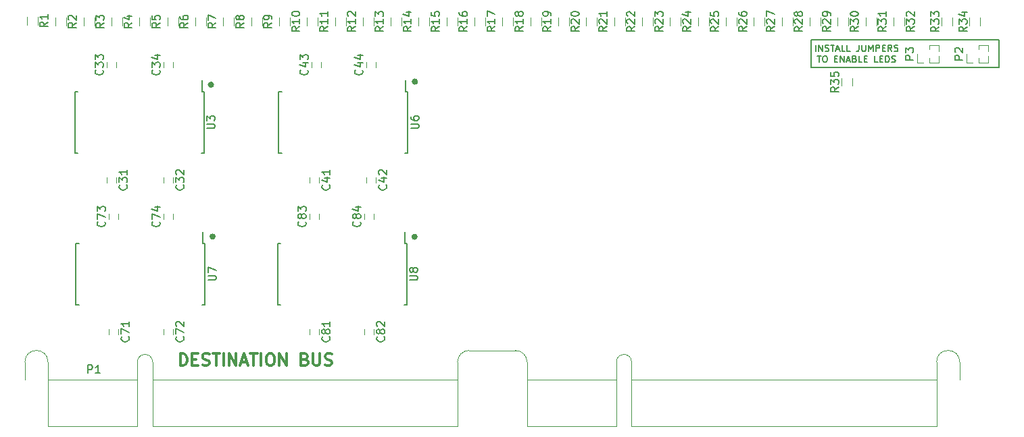
<source format=gto>
G04 #@! TF.GenerationSoftware,KiCad,Pcbnew,(2018-02-14 revision 6afdf1cf8)-makepkg*
G04 #@! TF.CreationDate,2018-05-17T19:59:26-07:00*
G04 #@! TF.ProjectId,register-card,72656769737465722D636172642E6B69,rev?*
G04 #@! TF.SameCoordinates,Original*
G04 #@! TF.FileFunction,Legend,Top*
G04 #@! TF.FilePolarity,Positive*
%FSLAX46Y46*%
G04 Gerber Fmt 4.6, Leading zero omitted, Abs format (unit mm)*
G04 Created by KiCad (PCBNEW (2018-02-14 revision 6afdf1cf8)-makepkg) date 05/17/18 19:59:26*
%MOMM*%
%LPD*%
G01*
G04 APERTURE LIST*
%ADD10C,0.400000*%
%ADD11C,0.200000*%
%ADD12C,0.300000*%
%ADD13C,0.175000*%
%ADD14C,0.120000*%
%ADD15C,0.150000*%
G04 APERTURE END LIST*
D10*
X67695203Y-158242000D02*
G75*
G03X67695203Y-158242000I-182003J0D01*
G01*
X92993603Y-158267400D02*
G75*
G03X92993603Y-158267400I-182003J0D01*
G01*
X67492003Y-139166600D02*
G75*
G03X67492003Y-139166600I-182003J0D01*
G01*
X93044403Y-138785600D02*
G75*
G03X93044403Y-138785600I-182003J0D01*
G01*
D11*
X142500000Y-133500000D02*
X166000000Y-133500000D01*
X142500000Y-137000000D02*
X142500000Y-133500000D01*
X166000000Y-137000000D02*
X142500000Y-137000000D01*
X166000000Y-133500000D02*
X166000000Y-137000000D01*
D12*
X63459114Y-174439971D02*
X63459114Y-172939971D01*
X63816257Y-172939971D01*
X64030542Y-173011400D01*
X64173400Y-173154257D01*
X64244828Y-173297114D01*
X64316257Y-173582828D01*
X64316257Y-173797114D01*
X64244828Y-174082828D01*
X64173400Y-174225685D01*
X64030542Y-174368542D01*
X63816257Y-174439971D01*
X63459114Y-174439971D01*
X64959114Y-173654257D02*
X65459114Y-173654257D01*
X65673400Y-174439971D02*
X64959114Y-174439971D01*
X64959114Y-172939971D01*
X65673400Y-172939971D01*
X66244828Y-174368542D02*
X66459114Y-174439971D01*
X66816257Y-174439971D01*
X66959114Y-174368542D01*
X67030542Y-174297114D01*
X67101971Y-174154257D01*
X67101971Y-174011400D01*
X67030542Y-173868542D01*
X66959114Y-173797114D01*
X66816257Y-173725685D01*
X66530542Y-173654257D01*
X66387685Y-173582828D01*
X66316257Y-173511400D01*
X66244828Y-173368542D01*
X66244828Y-173225685D01*
X66316257Y-173082828D01*
X66387685Y-173011400D01*
X66530542Y-172939971D01*
X66887685Y-172939971D01*
X67101971Y-173011400D01*
X67530542Y-172939971D02*
X68387685Y-172939971D01*
X67959114Y-174439971D02*
X67959114Y-172939971D01*
X68887685Y-174439971D02*
X68887685Y-172939971D01*
X69601971Y-174439971D02*
X69601971Y-172939971D01*
X70459114Y-174439971D01*
X70459114Y-172939971D01*
X71101971Y-174011400D02*
X71816257Y-174011400D01*
X70959114Y-174439971D02*
X71459114Y-172939971D01*
X71959114Y-174439971D01*
X72244828Y-172939971D02*
X73101971Y-172939971D01*
X72673400Y-174439971D02*
X72673400Y-172939971D01*
X73601971Y-174439971D02*
X73601971Y-172939971D01*
X74601971Y-172939971D02*
X74887685Y-172939971D01*
X75030542Y-173011400D01*
X75173400Y-173154257D01*
X75244828Y-173439971D01*
X75244828Y-173939971D01*
X75173400Y-174225685D01*
X75030542Y-174368542D01*
X74887685Y-174439971D01*
X74601971Y-174439971D01*
X74459114Y-174368542D01*
X74316257Y-174225685D01*
X74244828Y-173939971D01*
X74244828Y-173439971D01*
X74316257Y-173154257D01*
X74459114Y-173011400D01*
X74601971Y-172939971D01*
X75887685Y-174439971D02*
X75887685Y-172939971D01*
X76744828Y-174439971D01*
X76744828Y-172939971D01*
X79101971Y-173654257D02*
X79316257Y-173725685D01*
X79387685Y-173797114D01*
X79459114Y-173939971D01*
X79459114Y-174154257D01*
X79387685Y-174297114D01*
X79316257Y-174368542D01*
X79173400Y-174439971D01*
X78601971Y-174439971D01*
X78601971Y-172939971D01*
X79101971Y-172939971D01*
X79244828Y-173011400D01*
X79316257Y-173082828D01*
X79387685Y-173225685D01*
X79387685Y-173368542D01*
X79316257Y-173511400D01*
X79244828Y-173582828D01*
X79101971Y-173654257D01*
X78601971Y-173654257D01*
X80101971Y-172939971D02*
X80101971Y-174154257D01*
X80173400Y-174297114D01*
X80244828Y-174368542D01*
X80387685Y-174439971D01*
X80673400Y-174439971D01*
X80816257Y-174368542D01*
X80887685Y-174297114D01*
X80959114Y-174154257D01*
X80959114Y-172939971D01*
X81601971Y-174368542D02*
X81816257Y-174439971D01*
X82173400Y-174439971D01*
X82316257Y-174368542D01*
X82387685Y-174297114D01*
X82459114Y-174154257D01*
X82459114Y-174011400D01*
X82387685Y-173868542D01*
X82316257Y-173797114D01*
X82173400Y-173725685D01*
X81887685Y-173654257D01*
X81744828Y-173582828D01*
X81673400Y-173511400D01*
X81601971Y-173368542D01*
X81601971Y-173225685D01*
X81673400Y-173082828D01*
X81744828Y-173011400D01*
X81887685Y-172939971D01*
X82244828Y-172939971D01*
X82459114Y-173011400D01*
D13*
X143076190Y-134974404D02*
X143076190Y-134174404D01*
X143457142Y-134974404D02*
X143457142Y-134174404D01*
X143914285Y-134974404D01*
X143914285Y-134174404D01*
X144257142Y-134936309D02*
X144371428Y-134974404D01*
X144561904Y-134974404D01*
X144638095Y-134936309D01*
X144676190Y-134898214D01*
X144714285Y-134822023D01*
X144714285Y-134745833D01*
X144676190Y-134669642D01*
X144638095Y-134631547D01*
X144561904Y-134593452D01*
X144409523Y-134555357D01*
X144333333Y-134517261D01*
X144295238Y-134479166D01*
X144257142Y-134402976D01*
X144257142Y-134326785D01*
X144295238Y-134250595D01*
X144333333Y-134212500D01*
X144409523Y-134174404D01*
X144600000Y-134174404D01*
X144714285Y-134212500D01*
X144942857Y-134174404D02*
X145400000Y-134174404D01*
X145171428Y-134974404D02*
X145171428Y-134174404D01*
X145628571Y-134745833D02*
X146009523Y-134745833D01*
X145552380Y-134974404D02*
X145819047Y-134174404D01*
X146085714Y-134974404D01*
X146733333Y-134974404D02*
X146352380Y-134974404D01*
X146352380Y-134174404D01*
X147380952Y-134974404D02*
X147000000Y-134974404D01*
X147000000Y-134174404D01*
X148485714Y-134174404D02*
X148485714Y-134745833D01*
X148447619Y-134860119D01*
X148371428Y-134936309D01*
X148257142Y-134974404D01*
X148180952Y-134974404D01*
X148866666Y-134174404D02*
X148866666Y-134822023D01*
X148904761Y-134898214D01*
X148942857Y-134936309D01*
X149019047Y-134974404D01*
X149171428Y-134974404D01*
X149247619Y-134936309D01*
X149285714Y-134898214D01*
X149323809Y-134822023D01*
X149323809Y-134174404D01*
X149704761Y-134974404D02*
X149704761Y-134174404D01*
X149971428Y-134745833D01*
X150238095Y-134174404D01*
X150238095Y-134974404D01*
X150619047Y-134974404D02*
X150619047Y-134174404D01*
X150923809Y-134174404D01*
X151000000Y-134212500D01*
X151038095Y-134250595D01*
X151076190Y-134326785D01*
X151076190Y-134441071D01*
X151038095Y-134517261D01*
X151000000Y-134555357D01*
X150923809Y-134593452D01*
X150619047Y-134593452D01*
X151419047Y-134555357D02*
X151685714Y-134555357D01*
X151800000Y-134974404D02*
X151419047Y-134974404D01*
X151419047Y-134174404D01*
X151800000Y-134174404D01*
X152600000Y-134974404D02*
X152333333Y-134593452D01*
X152142857Y-134974404D02*
X152142857Y-134174404D01*
X152447619Y-134174404D01*
X152523809Y-134212500D01*
X152561904Y-134250595D01*
X152600000Y-134326785D01*
X152600000Y-134441071D01*
X152561904Y-134517261D01*
X152523809Y-134555357D01*
X152447619Y-134593452D01*
X152142857Y-134593452D01*
X152904761Y-134936309D02*
X153019047Y-134974404D01*
X153209523Y-134974404D01*
X153285714Y-134936309D01*
X153323809Y-134898214D01*
X153361904Y-134822023D01*
X153361904Y-134745833D01*
X153323809Y-134669642D01*
X153285714Y-134631547D01*
X153209523Y-134593452D01*
X153057142Y-134555357D01*
X152980952Y-134517261D01*
X152942857Y-134479166D01*
X152904761Y-134402976D01*
X152904761Y-134326785D01*
X152942857Y-134250595D01*
X152980952Y-134212500D01*
X153057142Y-134174404D01*
X153247619Y-134174404D01*
X153361904Y-134212500D01*
X143266666Y-135549404D02*
X143723809Y-135549404D01*
X143495238Y-136349404D02*
X143495238Y-135549404D01*
X144142857Y-135549404D02*
X144295238Y-135549404D01*
X144371428Y-135587500D01*
X144447619Y-135663690D01*
X144485714Y-135816071D01*
X144485714Y-136082738D01*
X144447619Y-136235119D01*
X144371428Y-136311309D01*
X144295238Y-136349404D01*
X144142857Y-136349404D01*
X144066666Y-136311309D01*
X143990476Y-136235119D01*
X143952380Y-136082738D01*
X143952380Y-135816071D01*
X143990476Y-135663690D01*
X144066666Y-135587500D01*
X144142857Y-135549404D01*
X145438095Y-135930357D02*
X145704761Y-135930357D01*
X145819047Y-136349404D02*
X145438095Y-136349404D01*
X145438095Y-135549404D01*
X145819047Y-135549404D01*
X146161904Y-136349404D02*
X146161904Y-135549404D01*
X146619047Y-136349404D01*
X146619047Y-135549404D01*
X146961904Y-136120833D02*
X147342857Y-136120833D01*
X146885714Y-136349404D02*
X147152380Y-135549404D01*
X147419047Y-136349404D01*
X147952380Y-135930357D02*
X148066666Y-135968452D01*
X148104761Y-136006547D01*
X148142857Y-136082738D01*
X148142857Y-136197023D01*
X148104761Y-136273214D01*
X148066666Y-136311309D01*
X147990476Y-136349404D01*
X147685714Y-136349404D01*
X147685714Y-135549404D01*
X147952380Y-135549404D01*
X148028571Y-135587500D01*
X148066666Y-135625595D01*
X148104761Y-135701785D01*
X148104761Y-135777976D01*
X148066666Y-135854166D01*
X148028571Y-135892261D01*
X147952380Y-135930357D01*
X147685714Y-135930357D01*
X148866666Y-136349404D02*
X148485714Y-136349404D01*
X148485714Y-135549404D01*
X149133333Y-135930357D02*
X149400000Y-135930357D01*
X149514285Y-136349404D02*
X149133333Y-136349404D01*
X149133333Y-135549404D01*
X149514285Y-135549404D01*
X150847619Y-136349404D02*
X150466666Y-136349404D01*
X150466666Y-135549404D01*
X151114285Y-135930357D02*
X151380952Y-135930357D01*
X151495238Y-136349404D02*
X151114285Y-136349404D01*
X151114285Y-135549404D01*
X151495238Y-135549404D01*
X151838095Y-136349404D02*
X151838095Y-135549404D01*
X152028571Y-135549404D01*
X152142857Y-135587500D01*
X152219047Y-135663690D01*
X152257142Y-135739880D01*
X152295238Y-135892261D01*
X152295238Y-136006547D01*
X152257142Y-136158928D01*
X152219047Y-136235119D01*
X152142857Y-136311309D01*
X152028571Y-136349404D01*
X151838095Y-136349404D01*
X152600000Y-136311309D02*
X152714285Y-136349404D01*
X152904761Y-136349404D01*
X152980952Y-136311309D01*
X153019047Y-136273214D01*
X153057142Y-136197023D01*
X153057142Y-136120833D01*
X153019047Y-136044642D01*
X152980952Y-136006547D01*
X152904761Y-135968452D01*
X152752380Y-135930357D01*
X152676190Y-135892261D01*
X152638095Y-135854166D01*
X152600000Y-135777976D01*
X152600000Y-135701785D01*
X152638095Y-135625595D01*
X152676190Y-135587500D01*
X152752380Y-135549404D01*
X152942857Y-135549404D01*
X153057142Y-135587500D01*
D14*
X99648800Y-172538200D02*
X105448800Y-172538200D01*
X43998800Y-173988200D02*
X43998800Y-176238200D01*
X46898800Y-173988200D02*
G75*
G03X43998800Y-173988200I-1450000J0D01*
G01*
X59998800Y-173988200D02*
G75*
G03X58098800Y-173988200I-950000J0D01*
G01*
X58098800Y-176238200D02*
X58098800Y-173988200D01*
X59998800Y-173988200D02*
X59998800Y-176238200D01*
X46898800Y-176238200D02*
X58098800Y-176238200D01*
X58098800Y-176238200D02*
X58098800Y-182038200D01*
X58098800Y-182038200D02*
X46898800Y-182038200D01*
X46898800Y-182038200D02*
X46898800Y-173988200D01*
X98198800Y-176238200D02*
X59998800Y-176238200D01*
X59998800Y-182038200D02*
X98198800Y-182038200D01*
X59998800Y-176238200D02*
X59998800Y-182038200D01*
X98198800Y-173988200D02*
X98198800Y-182038200D01*
X99648800Y-172538200D02*
G75*
G03X98198800Y-173988200I0J-1450000D01*
G01*
X119998800Y-173988200D02*
X119998800Y-176238200D01*
X119998800Y-176238200D02*
X119998800Y-182038200D01*
X158198800Y-176238200D02*
X119998800Y-176238200D01*
X119998800Y-182038200D02*
X158198800Y-182038200D01*
X158198800Y-173988200D02*
X158198800Y-182038200D01*
X161098800Y-173988200D02*
G75*
G03X158198800Y-173988200I-1450000J0D01*
G01*
X161098800Y-173988200D02*
X161098800Y-176238200D01*
X118098800Y-176238200D02*
X118098800Y-182038200D01*
X119998800Y-173988200D02*
G75*
G03X118098800Y-173988200I-950000J0D01*
G01*
X118098800Y-176238200D02*
X118098800Y-173988200D01*
X118098800Y-182038200D02*
X106898800Y-182038200D01*
X106898800Y-176238200D02*
X118098800Y-176238200D01*
X106898800Y-173988200D02*
G75*
G03X105448800Y-172538200I-1450000J0D01*
G01*
X106898800Y-182038200D02*
X106898800Y-173988200D01*
X44278000Y-131644000D02*
X44278000Y-130644000D01*
X45638000Y-130644000D02*
X45638000Y-131644000D01*
X47845400Y-131734270D02*
X47845400Y-130734270D01*
X49205400Y-130734270D02*
X49205400Y-131734270D01*
X51345400Y-131734270D02*
X51345400Y-130734270D01*
X52705400Y-130734270D02*
X52705400Y-131734270D01*
X54845400Y-131734270D02*
X54845400Y-130734270D01*
X56205400Y-130734270D02*
X56205400Y-131734270D01*
X58345400Y-131734270D02*
X58345400Y-130734270D01*
X59705400Y-130734270D02*
X59705400Y-131734270D01*
X61845400Y-131734270D02*
X61845400Y-130734270D01*
X63205400Y-130734270D02*
X63205400Y-131734270D01*
X65345400Y-131734270D02*
X65345400Y-130734270D01*
X66705400Y-130734270D02*
X66705400Y-131734270D01*
X68845400Y-131734270D02*
X68845400Y-130734270D01*
X70205400Y-130734270D02*
X70205400Y-131734270D01*
X72345400Y-131734270D02*
X72345400Y-130734270D01*
X73705400Y-130734270D02*
X73705400Y-131734270D01*
X75845400Y-131734270D02*
X75845400Y-130734270D01*
X77205400Y-130734270D02*
X77205400Y-131734270D01*
X79345400Y-131734270D02*
X79345400Y-130734270D01*
X80705400Y-130734270D02*
X80705400Y-131734270D01*
X82845400Y-131734270D02*
X82845400Y-130734270D01*
X84205400Y-130734270D02*
X84205400Y-131734270D01*
X86320000Y-131740048D02*
X86320000Y-130740048D01*
X87680000Y-130740048D02*
X87680000Y-131740048D01*
X89820000Y-131740048D02*
X89820000Y-130740048D01*
X91180000Y-130740048D02*
X91180000Y-131740048D01*
X93320000Y-131740048D02*
X93320000Y-130740048D01*
X94680000Y-130740048D02*
X94680000Y-131740048D01*
X96820000Y-131740048D02*
X96820000Y-130740048D01*
X98180000Y-130740048D02*
X98180000Y-131740048D01*
X100320000Y-131740048D02*
X100320000Y-130740048D01*
X101680000Y-130740048D02*
X101680000Y-131740048D01*
X103820000Y-131740048D02*
X103820000Y-130740048D01*
X105180000Y-130740048D02*
X105180000Y-131740048D01*
X107320000Y-131740048D02*
X107320000Y-130740048D01*
X108680000Y-130740048D02*
X108680000Y-131740048D01*
X110820000Y-131740048D02*
X110820000Y-130740048D01*
X112180000Y-130740048D02*
X112180000Y-131740048D01*
X114320000Y-131740048D02*
X114320000Y-130740048D01*
X115680000Y-130740048D02*
X115680000Y-131740048D01*
X117820000Y-131740048D02*
X117820000Y-130740048D01*
X119180000Y-130740048D02*
X119180000Y-131740048D01*
X121320000Y-131740048D02*
X121320000Y-130740048D01*
X122680000Y-130740048D02*
X122680000Y-131740048D01*
X124820000Y-131740048D02*
X124820000Y-130740048D01*
X126180000Y-130740048D02*
X126180000Y-131740048D01*
X128320000Y-131740048D02*
X128320000Y-130740048D01*
X129680000Y-130740048D02*
X129680000Y-131740048D01*
X131820000Y-131740048D02*
X131820000Y-130740048D01*
X133180000Y-130740048D02*
X133180000Y-131740048D01*
X135320000Y-131740048D02*
X135320000Y-130740048D01*
X136680000Y-130740048D02*
X136680000Y-131740048D01*
X138820000Y-131740048D02*
X138820000Y-130740048D01*
X140180000Y-130740048D02*
X140180000Y-131740048D01*
X142320000Y-131740048D02*
X142320000Y-130740048D01*
X143680000Y-130740048D02*
X143680000Y-131740048D01*
X145820000Y-131740048D02*
X145820000Y-130740048D01*
X147180000Y-130740048D02*
X147180000Y-131740048D01*
X149320000Y-131740048D02*
X149320000Y-130740048D01*
X150680000Y-130740048D02*
X150680000Y-131740048D01*
X152820000Y-131740048D02*
X152820000Y-130740048D01*
X154180000Y-130740048D02*
X154180000Y-131740048D01*
X160180000Y-130750000D02*
X160180000Y-131750000D01*
X158820000Y-131750000D02*
X158820000Y-130750000D01*
X163680000Y-130750000D02*
X163680000Y-131750000D01*
X162320000Y-131750000D02*
X162320000Y-130750000D01*
X147630000Y-138325000D02*
X147630000Y-139325000D01*
X146270000Y-139325000D02*
X146270000Y-138325000D01*
X164690000Y-136410000D02*
X164690000Y-135607530D01*
X164690000Y-134992470D02*
X164690000Y-134190000D01*
X163485000Y-136410000D02*
X164690000Y-136410000D01*
X163485000Y-134190000D02*
X164690000Y-134190000D01*
X163485000Y-136410000D02*
X163485000Y-135863471D01*
X163485000Y-134736529D02*
X163485000Y-134190000D01*
X162725000Y-136410000D02*
X161965000Y-136410000D01*
X161965000Y-136410000D02*
X161965000Y-135300000D01*
X158515000Y-136410000D02*
X158515000Y-135607530D01*
X158515000Y-134992470D02*
X158515000Y-134190000D01*
X157310000Y-136410000D02*
X158515000Y-136410000D01*
X157310000Y-134190000D02*
X158515000Y-134190000D01*
X157310000Y-136410000D02*
X157310000Y-135863471D01*
X157310000Y-134736529D02*
X157310000Y-134190000D01*
X156550000Y-136410000D02*
X155790000Y-136410000D01*
X155790000Y-136410000D02*
X155790000Y-135300000D01*
X54264000Y-151468000D02*
X54264000Y-150768000D01*
X55464000Y-150768000D02*
X55464000Y-151468000D01*
X62576000Y-150768000D02*
X62576000Y-151468000D01*
X61376000Y-151468000D02*
X61376000Y-150768000D01*
X55464000Y-136314000D02*
X55464000Y-137014000D01*
X54264000Y-137014000D02*
X54264000Y-136314000D01*
X61376000Y-137014000D02*
X61376000Y-136314000D01*
X62576000Y-136314000D02*
X62576000Y-137014000D01*
X79664000Y-151468000D02*
X79664000Y-150768000D01*
X80864000Y-150768000D02*
X80864000Y-151468000D01*
X87976000Y-150768000D02*
X87976000Y-151468000D01*
X86776000Y-151468000D02*
X86776000Y-150768000D01*
X81118000Y-136314000D02*
X81118000Y-137014000D01*
X79918000Y-137014000D02*
X79918000Y-136314000D01*
X86776000Y-137014000D02*
X86776000Y-136314000D01*
X87976000Y-136314000D02*
X87976000Y-137014000D01*
X55718000Y-169818000D02*
X55718000Y-170518000D01*
X54518000Y-170518000D02*
X54518000Y-169818000D01*
X61376000Y-170518000D02*
X61376000Y-169818000D01*
X62576000Y-169818000D02*
X62576000Y-170518000D01*
X54518000Y-156064000D02*
X54518000Y-155364000D01*
X55718000Y-155364000D02*
X55718000Y-156064000D01*
X62576000Y-155364000D02*
X62576000Y-156064000D01*
X61376000Y-156064000D02*
X61376000Y-155364000D01*
X80864000Y-169818000D02*
X80864000Y-170518000D01*
X79664000Y-170518000D02*
X79664000Y-169818000D01*
X86522000Y-170518000D02*
X86522000Y-169818000D01*
X87722000Y-169818000D02*
X87722000Y-170518000D01*
X79664000Y-156064000D02*
X79664000Y-155364000D01*
X80864000Y-155364000D02*
X80864000Y-156064000D01*
X87722000Y-155364000D02*
X87722000Y-156064000D01*
X86522000Y-156064000D02*
X86522000Y-155364000D01*
D15*
X66181500Y-140015000D02*
X66181500Y-138590000D01*
X50281500Y-140015000D02*
X50281500Y-147765000D01*
X66431500Y-140015000D02*
X66431500Y-147765000D01*
X50281500Y-140015000D02*
X50629000Y-140015000D01*
X50281500Y-147765000D02*
X50629000Y-147765000D01*
X66431500Y-147765000D02*
X66084000Y-147765000D01*
X66431500Y-140015000D02*
X66181500Y-140015000D01*
X91958500Y-140017000D02*
X91708500Y-140017000D01*
X91958500Y-147767000D02*
X91611000Y-147767000D01*
X75808500Y-147767000D02*
X76156000Y-147767000D01*
X75808500Y-140017000D02*
X76156000Y-140017000D01*
X91958500Y-140017000D02*
X91958500Y-147767000D01*
X75808500Y-140017000D02*
X75808500Y-147767000D01*
X91708500Y-140017000D02*
X91708500Y-138592000D01*
X66558500Y-159065000D02*
X66308500Y-159065000D01*
X66558500Y-166815000D02*
X66211000Y-166815000D01*
X50408500Y-166815000D02*
X50756000Y-166815000D01*
X50408500Y-159065000D02*
X50756000Y-159065000D01*
X66558500Y-159065000D02*
X66558500Y-166815000D01*
X50408500Y-159065000D02*
X50408500Y-166815000D01*
X66308500Y-159065000D02*
X66308500Y-157640000D01*
X91581500Y-159067000D02*
X91581500Y-157642000D01*
X75681500Y-159067000D02*
X75681500Y-166817000D01*
X91831500Y-159067000D02*
X91831500Y-166817000D01*
X75681500Y-159067000D02*
X76029000Y-159067000D01*
X75681500Y-166817000D02*
X76029000Y-166817000D01*
X91831500Y-166817000D02*
X91484000Y-166817000D01*
X91831500Y-159067000D02*
X91581500Y-159067000D01*
X51910704Y-175380580D02*
X51910704Y-174380580D01*
X52291657Y-174380580D01*
X52386895Y-174428200D01*
X52434514Y-174475819D01*
X52482133Y-174571057D01*
X52482133Y-174713914D01*
X52434514Y-174809152D01*
X52386895Y-174856771D01*
X52291657Y-174904390D01*
X51910704Y-174904390D01*
X53434514Y-175380580D02*
X52863085Y-175380580D01*
X53148800Y-175380580D02*
X53148800Y-174380580D01*
X53053561Y-174523438D01*
X52958323Y-174618676D01*
X52863085Y-174666295D01*
X46860380Y-131310666D02*
X46384190Y-131644000D01*
X46860380Y-131882095D02*
X45860380Y-131882095D01*
X45860380Y-131501142D01*
X45908000Y-131405904D01*
X45955619Y-131358285D01*
X46050857Y-131310666D01*
X46193714Y-131310666D01*
X46288952Y-131358285D01*
X46336571Y-131405904D01*
X46384190Y-131501142D01*
X46384190Y-131882095D01*
X46860380Y-130358285D02*
X46860380Y-130929714D01*
X46860380Y-130644000D02*
X45860380Y-130644000D01*
X46003238Y-130739238D01*
X46098476Y-130834476D01*
X46146095Y-130929714D01*
X50427780Y-131400936D02*
X49951590Y-131734270D01*
X50427780Y-131972365D02*
X49427780Y-131972365D01*
X49427780Y-131591412D01*
X49475400Y-131496174D01*
X49523019Y-131448555D01*
X49618257Y-131400936D01*
X49761114Y-131400936D01*
X49856352Y-131448555D01*
X49903971Y-131496174D01*
X49951590Y-131591412D01*
X49951590Y-131972365D01*
X49523019Y-131019984D02*
X49475400Y-130972365D01*
X49427780Y-130877127D01*
X49427780Y-130639031D01*
X49475400Y-130543793D01*
X49523019Y-130496174D01*
X49618257Y-130448555D01*
X49713495Y-130448555D01*
X49856352Y-130496174D01*
X50427780Y-131067603D01*
X50427780Y-130448555D01*
X53927780Y-131400936D02*
X53451590Y-131734270D01*
X53927780Y-131972365D02*
X52927780Y-131972365D01*
X52927780Y-131591412D01*
X52975400Y-131496174D01*
X53023019Y-131448555D01*
X53118257Y-131400936D01*
X53261114Y-131400936D01*
X53356352Y-131448555D01*
X53403971Y-131496174D01*
X53451590Y-131591412D01*
X53451590Y-131972365D01*
X52927780Y-131067603D02*
X52927780Y-130448555D01*
X53308733Y-130781889D01*
X53308733Y-130639031D01*
X53356352Y-130543793D01*
X53403971Y-130496174D01*
X53499209Y-130448555D01*
X53737304Y-130448555D01*
X53832542Y-130496174D01*
X53880161Y-130543793D01*
X53927780Y-130639031D01*
X53927780Y-130924746D01*
X53880161Y-131019984D01*
X53832542Y-131067603D01*
X57427780Y-131400936D02*
X56951590Y-131734270D01*
X57427780Y-131972365D02*
X56427780Y-131972365D01*
X56427780Y-131591412D01*
X56475400Y-131496174D01*
X56523019Y-131448555D01*
X56618257Y-131400936D01*
X56761114Y-131400936D01*
X56856352Y-131448555D01*
X56903971Y-131496174D01*
X56951590Y-131591412D01*
X56951590Y-131972365D01*
X56761114Y-130543793D02*
X57427780Y-130543793D01*
X56380161Y-130781889D02*
X57094447Y-131019984D01*
X57094447Y-130400936D01*
X60927780Y-131400936D02*
X60451590Y-131734270D01*
X60927780Y-131972365D02*
X59927780Y-131972365D01*
X59927780Y-131591412D01*
X59975400Y-131496174D01*
X60023019Y-131448555D01*
X60118257Y-131400936D01*
X60261114Y-131400936D01*
X60356352Y-131448555D01*
X60403971Y-131496174D01*
X60451590Y-131591412D01*
X60451590Y-131972365D01*
X59927780Y-130496174D02*
X59927780Y-130972365D01*
X60403971Y-131019984D01*
X60356352Y-130972365D01*
X60308733Y-130877127D01*
X60308733Y-130639031D01*
X60356352Y-130543793D01*
X60403971Y-130496174D01*
X60499209Y-130448555D01*
X60737304Y-130448555D01*
X60832542Y-130496174D01*
X60880161Y-130543793D01*
X60927780Y-130639031D01*
X60927780Y-130877127D01*
X60880161Y-130972365D01*
X60832542Y-131019984D01*
X64427780Y-131400936D02*
X63951590Y-131734270D01*
X64427780Y-131972365D02*
X63427780Y-131972365D01*
X63427780Y-131591412D01*
X63475400Y-131496174D01*
X63523019Y-131448555D01*
X63618257Y-131400936D01*
X63761114Y-131400936D01*
X63856352Y-131448555D01*
X63903971Y-131496174D01*
X63951590Y-131591412D01*
X63951590Y-131972365D01*
X63427780Y-130543793D02*
X63427780Y-130734270D01*
X63475400Y-130829508D01*
X63523019Y-130877127D01*
X63665876Y-130972365D01*
X63856352Y-131019984D01*
X64237304Y-131019984D01*
X64332542Y-130972365D01*
X64380161Y-130924746D01*
X64427780Y-130829508D01*
X64427780Y-130639031D01*
X64380161Y-130543793D01*
X64332542Y-130496174D01*
X64237304Y-130448555D01*
X63999209Y-130448555D01*
X63903971Y-130496174D01*
X63856352Y-130543793D01*
X63808733Y-130639031D01*
X63808733Y-130829508D01*
X63856352Y-130924746D01*
X63903971Y-130972365D01*
X63999209Y-131019984D01*
X67927780Y-131400936D02*
X67451590Y-131734270D01*
X67927780Y-131972365D02*
X66927780Y-131972365D01*
X66927780Y-131591412D01*
X66975400Y-131496174D01*
X67023019Y-131448555D01*
X67118257Y-131400936D01*
X67261114Y-131400936D01*
X67356352Y-131448555D01*
X67403971Y-131496174D01*
X67451590Y-131591412D01*
X67451590Y-131972365D01*
X66927780Y-131067603D02*
X66927780Y-130400936D01*
X67927780Y-130829508D01*
X71427780Y-131400936D02*
X70951590Y-131734270D01*
X71427780Y-131972365D02*
X70427780Y-131972365D01*
X70427780Y-131591412D01*
X70475400Y-131496174D01*
X70523019Y-131448555D01*
X70618257Y-131400936D01*
X70761114Y-131400936D01*
X70856352Y-131448555D01*
X70903971Y-131496174D01*
X70951590Y-131591412D01*
X70951590Y-131972365D01*
X70856352Y-130829508D02*
X70808733Y-130924746D01*
X70761114Y-130972365D01*
X70665876Y-131019984D01*
X70618257Y-131019984D01*
X70523019Y-130972365D01*
X70475400Y-130924746D01*
X70427780Y-130829508D01*
X70427780Y-130639031D01*
X70475400Y-130543793D01*
X70523019Y-130496174D01*
X70618257Y-130448555D01*
X70665876Y-130448555D01*
X70761114Y-130496174D01*
X70808733Y-130543793D01*
X70856352Y-130639031D01*
X70856352Y-130829508D01*
X70903971Y-130924746D01*
X70951590Y-130972365D01*
X71046828Y-131019984D01*
X71237304Y-131019984D01*
X71332542Y-130972365D01*
X71380161Y-130924746D01*
X71427780Y-130829508D01*
X71427780Y-130639031D01*
X71380161Y-130543793D01*
X71332542Y-130496174D01*
X71237304Y-130448555D01*
X71046828Y-130448555D01*
X70951590Y-130496174D01*
X70903971Y-130543793D01*
X70856352Y-130639031D01*
X74927780Y-131400936D02*
X74451590Y-131734270D01*
X74927780Y-131972365D02*
X73927780Y-131972365D01*
X73927780Y-131591412D01*
X73975400Y-131496174D01*
X74023019Y-131448555D01*
X74118257Y-131400936D01*
X74261114Y-131400936D01*
X74356352Y-131448555D01*
X74403971Y-131496174D01*
X74451590Y-131591412D01*
X74451590Y-131972365D01*
X74927780Y-130924746D02*
X74927780Y-130734270D01*
X74880161Y-130639031D01*
X74832542Y-130591412D01*
X74689685Y-130496174D01*
X74499209Y-130448555D01*
X74118257Y-130448555D01*
X74023019Y-130496174D01*
X73975400Y-130543793D01*
X73927780Y-130639031D01*
X73927780Y-130829508D01*
X73975400Y-130924746D01*
X74023019Y-130972365D01*
X74118257Y-131019984D01*
X74356352Y-131019984D01*
X74451590Y-130972365D01*
X74499209Y-130924746D01*
X74546828Y-130829508D01*
X74546828Y-130639031D01*
X74499209Y-130543793D01*
X74451590Y-130496174D01*
X74356352Y-130448555D01*
X78427780Y-131877127D02*
X77951590Y-132210460D01*
X78427780Y-132448555D02*
X77427780Y-132448555D01*
X77427780Y-132067603D01*
X77475400Y-131972365D01*
X77523019Y-131924746D01*
X77618257Y-131877127D01*
X77761114Y-131877127D01*
X77856352Y-131924746D01*
X77903971Y-131972365D01*
X77951590Y-132067603D01*
X77951590Y-132448555D01*
X78427780Y-130924746D02*
X78427780Y-131496174D01*
X78427780Y-131210460D02*
X77427780Y-131210460D01*
X77570638Y-131305698D01*
X77665876Y-131400936D01*
X77713495Y-131496174D01*
X77427780Y-130305698D02*
X77427780Y-130210460D01*
X77475400Y-130115222D01*
X77523019Y-130067603D01*
X77618257Y-130019984D01*
X77808733Y-129972365D01*
X78046828Y-129972365D01*
X78237304Y-130019984D01*
X78332542Y-130067603D01*
X78380161Y-130115222D01*
X78427780Y-130210460D01*
X78427780Y-130305698D01*
X78380161Y-130400936D01*
X78332542Y-130448555D01*
X78237304Y-130496174D01*
X78046828Y-130543793D01*
X77808733Y-130543793D01*
X77618257Y-130496174D01*
X77523019Y-130448555D01*
X77475400Y-130400936D01*
X77427780Y-130305698D01*
X81927780Y-131877127D02*
X81451590Y-132210460D01*
X81927780Y-132448555D02*
X80927780Y-132448555D01*
X80927780Y-132067603D01*
X80975400Y-131972365D01*
X81023019Y-131924746D01*
X81118257Y-131877127D01*
X81261114Y-131877127D01*
X81356352Y-131924746D01*
X81403971Y-131972365D01*
X81451590Y-132067603D01*
X81451590Y-132448555D01*
X81927780Y-130924746D02*
X81927780Y-131496174D01*
X81927780Y-131210460D02*
X80927780Y-131210460D01*
X81070638Y-131305698D01*
X81165876Y-131400936D01*
X81213495Y-131496174D01*
X81927780Y-129972365D02*
X81927780Y-130543793D01*
X81927780Y-130258079D02*
X80927780Y-130258079D01*
X81070638Y-130353317D01*
X81165876Y-130448555D01*
X81213495Y-130543793D01*
X85427780Y-131877127D02*
X84951590Y-132210460D01*
X85427780Y-132448555D02*
X84427780Y-132448555D01*
X84427780Y-132067603D01*
X84475400Y-131972365D01*
X84523019Y-131924746D01*
X84618257Y-131877127D01*
X84761114Y-131877127D01*
X84856352Y-131924746D01*
X84903971Y-131972365D01*
X84951590Y-132067603D01*
X84951590Y-132448555D01*
X85427780Y-130924746D02*
X85427780Y-131496174D01*
X85427780Y-131210460D02*
X84427780Y-131210460D01*
X84570638Y-131305698D01*
X84665876Y-131400936D01*
X84713495Y-131496174D01*
X84523019Y-130543793D02*
X84475400Y-130496174D01*
X84427780Y-130400936D01*
X84427780Y-130162841D01*
X84475400Y-130067603D01*
X84523019Y-130019984D01*
X84618257Y-129972365D01*
X84713495Y-129972365D01*
X84856352Y-130019984D01*
X85427780Y-130591412D01*
X85427780Y-129972365D01*
X88902380Y-131882905D02*
X88426190Y-132216238D01*
X88902380Y-132454333D02*
X87902380Y-132454333D01*
X87902380Y-132073381D01*
X87950000Y-131978143D01*
X87997619Y-131930524D01*
X88092857Y-131882905D01*
X88235714Y-131882905D01*
X88330952Y-131930524D01*
X88378571Y-131978143D01*
X88426190Y-132073381D01*
X88426190Y-132454333D01*
X88902380Y-130930524D02*
X88902380Y-131501952D01*
X88902380Y-131216238D02*
X87902380Y-131216238D01*
X88045238Y-131311476D01*
X88140476Y-131406714D01*
X88188095Y-131501952D01*
X87902380Y-130597190D02*
X87902380Y-129978143D01*
X88283333Y-130311476D01*
X88283333Y-130168619D01*
X88330952Y-130073381D01*
X88378571Y-130025762D01*
X88473809Y-129978143D01*
X88711904Y-129978143D01*
X88807142Y-130025762D01*
X88854761Y-130073381D01*
X88902380Y-130168619D01*
X88902380Y-130454333D01*
X88854761Y-130549571D01*
X88807142Y-130597190D01*
X92402380Y-131882905D02*
X91926190Y-132216238D01*
X92402380Y-132454333D02*
X91402380Y-132454333D01*
X91402380Y-132073381D01*
X91450000Y-131978143D01*
X91497619Y-131930524D01*
X91592857Y-131882905D01*
X91735714Y-131882905D01*
X91830952Y-131930524D01*
X91878571Y-131978143D01*
X91926190Y-132073381D01*
X91926190Y-132454333D01*
X92402380Y-130930524D02*
X92402380Y-131501952D01*
X92402380Y-131216238D02*
X91402380Y-131216238D01*
X91545238Y-131311476D01*
X91640476Y-131406714D01*
X91688095Y-131501952D01*
X91735714Y-130073381D02*
X92402380Y-130073381D01*
X91354761Y-130311476D02*
X92069047Y-130549571D01*
X92069047Y-129930524D01*
X95902380Y-131882905D02*
X95426190Y-132216238D01*
X95902380Y-132454333D02*
X94902380Y-132454333D01*
X94902380Y-132073381D01*
X94950000Y-131978143D01*
X94997619Y-131930524D01*
X95092857Y-131882905D01*
X95235714Y-131882905D01*
X95330952Y-131930524D01*
X95378571Y-131978143D01*
X95426190Y-132073381D01*
X95426190Y-132454333D01*
X95902380Y-130930524D02*
X95902380Y-131501952D01*
X95902380Y-131216238D02*
X94902380Y-131216238D01*
X95045238Y-131311476D01*
X95140476Y-131406714D01*
X95188095Y-131501952D01*
X94902380Y-130025762D02*
X94902380Y-130501952D01*
X95378571Y-130549571D01*
X95330952Y-130501952D01*
X95283333Y-130406714D01*
X95283333Y-130168619D01*
X95330952Y-130073381D01*
X95378571Y-130025762D01*
X95473809Y-129978143D01*
X95711904Y-129978143D01*
X95807142Y-130025762D01*
X95854761Y-130073381D01*
X95902380Y-130168619D01*
X95902380Y-130406714D01*
X95854761Y-130501952D01*
X95807142Y-130549571D01*
X99402380Y-131882905D02*
X98926190Y-132216238D01*
X99402380Y-132454333D02*
X98402380Y-132454333D01*
X98402380Y-132073381D01*
X98450000Y-131978143D01*
X98497619Y-131930524D01*
X98592857Y-131882905D01*
X98735714Y-131882905D01*
X98830952Y-131930524D01*
X98878571Y-131978143D01*
X98926190Y-132073381D01*
X98926190Y-132454333D01*
X99402380Y-130930524D02*
X99402380Y-131501952D01*
X99402380Y-131216238D02*
X98402380Y-131216238D01*
X98545238Y-131311476D01*
X98640476Y-131406714D01*
X98688095Y-131501952D01*
X98402380Y-130073381D02*
X98402380Y-130263857D01*
X98450000Y-130359095D01*
X98497619Y-130406714D01*
X98640476Y-130501952D01*
X98830952Y-130549571D01*
X99211904Y-130549571D01*
X99307142Y-130501952D01*
X99354761Y-130454333D01*
X99402380Y-130359095D01*
X99402380Y-130168619D01*
X99354761Y-130073381D01*
X99307142Y-130025762D01*
X99211904Y-129978143D01*
X98973809Y-129978143D01*
X98878571Y-130025762D01*
X98830952Y-130073381D01*
X98783333Y-130168619D01*
X98783333Y-130359095D01*
X98830952Y-130454333D01*
X98878571Y-130501952D01*
X98973809Y-130549571D01*
X102902380Y-131882905D02*
X102426190Y-132216238D01*
X102902380Y-132454333D02*
X101902380Y-132454333D01*
X101902380Y-132073381D01*
X101950000Y-131978143D01*
X101997619Y-131930524D01*
X102092857Y-131882905D01*
X102235714Y-131882905D01*
X102330952Y-131930524D01*
X102378571Y-131978143D01*
X102426190Y-132073381D01*
X102426190Y-132454333D01*
X102902380Y-130930524D02*
X102902380Y-131501952D01*
X102902380Y-131216238D02*
X101902380Y-131216238D01*
X102045238Y-131311476D01*
X102140476Y-131406714D01*
X102188095Y-131501952D01*
X101902380Y-130597190D02*
X101902380Y-129930524D01*
X102902380Y-130359095D01*
X106402380Y-131882905D02*
X105926190Y-132216238D01*
X106402380Y-132454333D02*
X105402380Y-132454333D01*
X105402380Y-132073381D01*
X105450000Y-131978143D01*
X105497619Y-131930524D01*
X105592857Y-131882905D01*
X105735714Y-131882905D01*
X105830952Y-131930524D01*
X105878571Y-131978143D01*
X105926190Y-132073381D01*
X105926190Y-132454333D01*
X106402380Y-130930524D02*
X106402380Y-131501952D01*
X106402380Y-131216238D02*
X105402380Y-131216238D01*
X105545238Y-131311476D01*
X105640476Y-131406714D01*
X105688095Y-131501952D01*
X105830952Y-130359095D02*
X105783333Y-130454333D01*
X105735714Y-130501952D01*
X105640476Y-130549571D01*
X105592857Y-130549571D01*
X105497619Y-130501952D01*
X105450000Y-130454333D01*
X105402380Y-130359095D01*
X105402380Y-130168619D01*
X105450000Y-130073381D01*
X105497619Y-130025762D01*
X105592857Y-129978143D01*
X105640476Y-129978143D01*
X105735714Y-130025762D01*
X105783333Y-130073381D01*
X105830952Y-130168619D01*
X105830952Y-130359095D01*
X105878571Y-130454333D01*
X105926190Y-130501952D01*
X106021428Y-130549571D01*
X106211904Y-130549571D01*
X106307142Y-130501952D01*
X106354761Y-130454333D01*
X106402380Y-130359095D01*
X106402380Y-130168619D01*
X106354761Y-130073381D01*
X106307142Y-130025762D01*
X106211904Y-129978143D01*
X106021428Y-129978143D01*
X105926190Y-130025762D01*
X105878571Y-130073381D01*
X105830952Y-130168619D01*
X109902380Y-131882905D02*
X109426190Y-132216238D01*
X109902380Y-132454333D02*
X108902380Y-132454333D01*
X108902380Y-132073381D01*
X108950000Y-131978143D01*
X108997619Y-131930524D01*
X109092857Y-131882905D01*
X109235714Y-131882905D01*
X109330952Y-131930524D01*
X109378571Y-131978143D01*
X109426190Y-132073381D01*
X109426190Y-132454333D01*
X109902380Y-130930524D02*
X109902380Y-131501952D01*
X109902380Y-131216238D02*
X108902380Y-131216238D01*
X109045238Y-131311476D01*
X109140476Y-131406714D01*
X109188095Y-131501952D01*
X109902380Y-130454333D02*
X109902380Y-130263857D01*
X109854761Y-130168619D01*
X109807142Y-130121000D01*
X109664285Y-130025762D01*
X109473809Y-129978143D01*
X109092857Y-129978143D01*
X108997619Y-130025762D01*
X108950000Y-130073381D01*
X108902380Y-130168619D01*
X108902380Y-130359095D01*
X108950000Y-130454333D01*
X108997619Y-130501952D01*
X109092857Y-130549571D01*
X109330952Y-130549571D01*
X109426190Y-130501952D01*
X109473809Y-130454333D01*
X109521428Y-130359095D01*
X109521428Y-130168619D01*
X109473809Y-130073381D01*
X109426190Y-130025762D01*
X109330952Y-129978143D01*
X113402380Y-131882905D02*
X112926190Y-132216238D01*
X113402380Y-132454333D02*
X112402380Y-132454333D01*
X112402380Y-132073381D01*
X112450000Y-131978143D01*
X112497619Y-131930524D01*
X112592857Y-131882905D01*
X112735714Y-131882905D01*
X112830952Y-131930524D01*
X112878571Y-131978143D01*
X112926190Y-132073381D01*
X112926190Y-132454333D01*
X112497619Y-131501952D02*
X112450000Y-131454333D01*
X112402380Y-131359095D01*
X112402380Y-131121000D01*
X112450000Y-131025762D01*
X112497619Y-130978143D01*
X112592857Y-130930524D01*
X112688095Y-130930524D01*
X112830952Y-130978143D01*
X113402380Y-131549571D01*
X113402380Y-130930524D01*
X112402380Y-130311476D02*
X112402380Y-130216238D01*
X112450000Y-130121000D01*
X112497619Y-130073381D01*
X112592857Y-130025762D01*
X112783333Y-129978143D01*
X113021428Y-129978143D01*
X113211904Y-130025762D01*
X113307142Y-130073381D01*
X113354761Y-130121000D01*
X113402380Y-130216238D01*
X113402380Y-130311476D01*
X113354761Y-130406714D01*
X113307142Y-130454333D01*
X113211904Y-130501952D01*
X113021428Y-130549571D01*
X112783333Y-130549571D01*
X112592857Y-130501952D01*
X112497619Y-130454333D01*
X112450000Y-130406714D01*
X112402380Y-130311476D01*
X116902380Y-131882905D02*
X116426190Y-132216238D01*
X116902380Y-132454333D02*
X115902380Y-132454333D01*
X115902380Y-132073381D01*
X115950000Y-131978143D01*
X115997619Y-131930524D01*
X116092857Y-131882905D01*
X116235714Y-131882905D01*
X116330952Y-131930524D01*
X116378571Y-131978143D01*
X116426190Y-132073381D01*
X116426190Y-132454333D01*
X115997619Y-131501952D02*
X115950000Y-131454333D01*
X115902380Y-131359095D01*
X115902380Y-131121000D01*
X115950000Y-131025762D01*
X115997619Y-130978143D01*
X116092857Y-130930524D01*
X116188095Y-130930524D01*
X116330952Y-130978143D01*
X116902380Y-131549571D01*
X116902380Y-130930524D01*
X116902380Y-129978143D02*
X116902380Y-130549571D01*
X116902380Y-130263857D02*
X115902380Y-130263857D01*
X116045238Y-130359095D01*
X116140476Y-130454333D01*
X116188095Y-130549571D01*
X120402380Y-131882905D02*
X119926190Y-132216238D01*
X120402380Y-132454333D02*
X119402380Y-132454333D01*
X119402380Y-132073381D01*
X119450000Y-131978143D01*
X119497619Y-131930524D01*
X119592857Y-131882905D01*
X119735714Y-131882905D01*
X119830952Y-131930524D01*
X119878571Y-131978143D01*
X119926190Y-132073381D01*
X119926190Y-132454333D01*
X119497619Y-131501952D02*
X119450000Y-131454333D01*
X119402380Y-131359095D01*
X119402380Y-131121000D01*
X119450000Y-131025762D01*
X119497619Y-130978143D01*
X119592857Y-130930524D01*
X119688095Y-130930524D01*
X119830952Y-130978143D01*
X120402380Y-131549571D01*
X120402380Y-130930524D01*
X119497619Y-130549571D02*
X119450000Y-130501952D01*
X119402380Y-130406714D01*
X119402380Y-130168619D01*
X119450000Y-130073381D01*
X119497619Y-130025762D01*
X119592857Y-129978143D01*
X119688095Y-129978143D01*
X119830952Y-130025762D01*
X120402380Y-130597190D01*
X120402380Y-129978143D01*
X123902380Y-131882905D02*
X123426190Y-132216238D01*
X123902380Y-132454333D02*
X122902380Y-132454333D01*
X122902380Y-132073381D01*
X122950000Y-131978143D01*
X122997619Y-131930524D01*
X123092857Y-131882905D01*
X123235714Y-131882905D01*
X123330952Y-131930524D01*
X123378571Y-131978143D01*
X123426190Y-132073381D01*
X123426190Y-132454333D01*
X122997619Y-131501952D02*
X122950000Y-131454333D01*
X122902380Y-131359095D01*
X122902380Y-131121000D01*
X122950000Y-131025762D01*
X122997619Y-130978143D01*
X123092857Y-130930524D01*
X123188095Y-130930524D01*
X123330952Y-130978143D01*
X123902380Y-131549571D01*
X123902380Y-130930524D01*
X122902380Y-130597190D02*
X122902380Y-129978143D01*
X123283333Y-130311476D01*
X123283333Y-130168619D01*
X123330952Y-130073381D01*
X123378571Y-130025762D01*
X123473809Y-129978143D01*
X123711904Y-129978143D01*
X123807142Y-130025762D01*
X123854761Y-130073381D01*
X123902380Y-130168619D01*
X123902380Y-130454333D01*
X123854761Y-130549571D01*
X123807142Y-130597190D01*
X127402380Y-131882905D02*
X126926190Y-132216238D01*
X127402380Y-132454333D02*
X126402380Y-132454333D01*
X126402380Y-132073381D01*
X126450000Y-131978143D01*
X126497619Y-131930524D01*
X126592857Y-131882905D01*
X126735714Y-131882905D01*
X126830952Y-131930524D01*
X126878571Y-131978143D01*
X126926190Y-132073381D01*
X126926190Y-132454333D01*
X126497619Y-131501952D02*
X126450000Y-131454333D01*
X126402380Y-131359095D01*
X126402380Y-131121000D01*
X126450000Y-131025762D01*
X126497619Y-130978143D01*
X126592857Y-130930524D01*
X126688095Y-130930524D01*
X126830952Y-130978143D01*
X127402380Y-131549571D01*
X127402380Y-130930524D01*
X126735714Y-130073381D02*
X127402380Y-130073381D01*
X126354761Y-130311476D02*
X127069047Y-130549571D01*
X127069047Y-129930524D01*
X130902380Y-131882905D02*
X130426190Y-132216238D01*
X130902380Y-132454333D02*
X129902380Y-132454333D01*
X129902380Y-132073381D01*
X129950000Y-131978143D01*
X129997619Y-131930524D01*
X130092857Y-131882905D01*
X130235714Y-131882905D01*
X130330952Y-131930524D01*
X130378571Y-131978143D01*
X130426190Y-132073381D01*
X130426190Y-132454333D01*
X129997619Y-131501952D02*
X129950000Y-131454333D01*
X129902380Y-131359095D01*
X129902380Y-131121000D01*
X129950000Y-131025762D01*
X129997619Y-130978143D01*
X130092857Y-130930524D01*
X130188095Y-130930524D01*
X130330952Y-130978143D01*
X130902380Y-131549571D01*
X130902380Y-130930524D01*
X129902380Y-130025762D02*
X129902380Y-130501952D01*
X130378571Y-130549571D01*
X130330952Y-130501952D01*
X130283333Y-130406714D01*
X130283333Y-130168619D01*
X130330952Y-130073381D01*
X130378571Y-130025762D01*
X130473809Y-129978143D01*
X130711904Y-129978143D01*
X130807142Y-130025762D01*
X130854761Y-130073381D01*
X130902380Y-130168619D01*
X130902380Y-130406714D01*
X130854761Y-130501952D01*
X130807142Y-130549571D01*
X134402380Y-131882905D02*
X133926190Y-132216238D01*
X134402380Y-132454333D02*
X133402380Y-132454333D01*
X133402380Y-132073381D01*
X133450000Y-131978143D01*
X133497619Y-131930524D01*
X133592857Y-131882905D01*
X133735714Y-131882905D01*
X133830952Y-131930524D01*
X133878571Y-131978143D01*
X133926190Y-132073381D01*
X133926190Y-132454333D01*
X133497619Y-131501952D02*
X133450000Y-131454333D01*
X133402380Y-131359095D01*
X133402380Y-131121000D01*
X133450000Y-131025762D01*
X133497619Y-130978143D01*
X133592857Y-130930524D01*
X133688095Y-130930524D01*
X133830952Y-130978143D01*
X134402380Y-131549571D01*
X134402380Y-130930524D01*
X133402380Y-130073381D02*
X133402380Y-130263857D01*
X133450000Y-130359095D01*
X133497619Y-130406714D01*
X133640476Y-130501952D01*
X133830952Y-130549571D01*
X134211904Y-130549571D01*
X134307142Y-130501952D01*
X134354761Y-130454333D01*
X134402380Y-130359095D01*
X134402380Y-130168619D01*
X134354761Y-130073381D01*
X134307142Y-130025762D01*
X134211904Y-129978143D01*
X133973809Y-129978143D01*
X133878571Y-130025762D01*
X133830952Y-130073381D01*
X133783333Y-130168619D01*
X133783333Y-130359095D01*
X133830952Y-130454333D01*
X133878571Y-130501952D01*
X133973809Y-130549571D01*
X137902380Y-131882905D02*
X137426190Y-132216238D01*
X137902380Y-132454333D02*
X136902380Y-132454333D01*
X136902380Y-132073381D01*
X136950000Y-131978143D01*
X136997619Y-131930524D01*
X137092857Y-131882905D01*
X137235714Y-131882905D01*
X137330952Y-131930524D01*
X137378571Y-131978143D01*
X137426190Y-132073381D01*
X137426190Y-132454333D01*
X136997619Y-131501952D02*
X136950000Y-131454333D01*
X136902380Y-131359095D01*
X136902380Y-131121000D01*
X136950000Y-131025762D01*
X136997619Y-130978143D01*
X137092857Y-130930524D01*
X137188095Y-130930524D01*
X137330952Y-130978143D01*
X137902380Y-131549571D01*
X137902380Y-130930524D01*
X136902380Y-130597190D02*
X136902380Y-129930524D01*
X137902380Y-130359095D01*
X141402380Y-131882905D02*
X140926190Y-132216238D01*
X141402380Y-132454333D02*
X140402380Y-132454333D01*
X140402380Y-132073381D01*
X140450000Y-131978143D01*
X140497619Y-131930524D01*
X140592857Y-131882905D01*
X140735714Y-131882905D01*
X140830952Y-131930524D01*
X140878571Y-131978143D01*
X140926190Y-132073381D01*
X140926190Y-132454333D01*
X140497619Y-131501952D02*
X140450000Y-131454333D01*
X140402380Y-131359095D01*
X140402380Y-131121000D01*
X140450000Y-131025762D01*
X140497619Y-130978143D01*
X140592857Y-130930524D01*
X140688095Y-130930524D01*
X140830952Y-130978143D01*
X141402380Y-131549571D01*
X141402380Y-130930524D01*
X140830952Y-130359095D02*
X140783333Y-130454333D01*
X140735714Y-130501952D01*
X140640476Y-130549571D01*
X140592857Y-130549571D01*
X140497619Y-130501952D01*
X140450000Y-130454333D01*
X140402380Y-130359095D01*
X140402380Y-130168619D01*
X140450000Y-130073381D01*
X140497619Y-130025762D01*
X140592857Y-129978143D01*
X140640476Y-129978143D01*
X140735714Y-130025762D01*
X140783333Y-130073381D01*
X140830952Y-130168619D01*
X140830952Y-130359095D01*
X140878571Y-130454333D01*
X140926190Y-130501952D01*
X141021428Y-130549571D01*
X141211904Y-130549571D01*
X141307142Y-130501952D01*
X141354761Y-130454333D01*
X141402380Y-130359095D01*
X141402380Y-130168619D01*
X141354761Y-130073381D01*
X141307142Y-130025762D01*
X141211904Y-129978143D01*
X141021428Y-129978143D01*
X140926190Y-130025762D01*
X140878571Y-130073381D01*
X140830952Y-130168619D01*
X144902380Y-131882905D02*
X144426190Y-132216238D01*
X144902380Y-132454333D02*
X143902380Y-132454333D01*
X143902380Y-132073381D01*
X143950000Y-131978143D01*
X143997619Y-131930524D01*
X144092857Y-131882905D01*
X144235714Y-131882905D01*
X144330952Y-131930524D01*
X144378571Y-131978143D01*
X144426190Y-132073381D01*
X144426190Y-132454333D01*
X143997619Y-131501952D02*
X143950000Y-131454333D01*
X143902380Y-131359095D01*
X143902380Y-131121000D01*
X143950000Y-131025762D01*
X143997619Y-130978143D01*
X144092857Y-130930524D01*
X144188095Y-130930524D01*
X144330952Y-130978143D01*
X144902380Y-131549571D01*
X144902380Y-130930524D01*
X144902380Y-130454333D02*
X144902380Y-130263857D01*
X144854761Y-130168619D01*
X144807142Y-130121000D01*
X144664285Y-130025762D01*
X144473809Y-129978143D01*
X144092857Y-129978143D01*
X143997619Y-130025762D01*
X143950000Y-130073381D01*
X143902380Y-130168619D01*
X143902380Y-130359095D01*
X143950000Y-130454333D01*
X143997619Y-130501952D01*
X144092857Y-130549571D01*
X144330952Y-130549571D01*
X144426190Y-130501952D01*
X144473809Y-130454333D01*
X144521428Y-130359095D01*
X144521428Y-130168619D01*
X144473809Y-130073381D01*
X144426190Y-130025762D01*
X144330952Y-129978143D01*
X148402380Y-131882905D02*
X147926190Y-132216238D01*
X148402380Y-132454333D02*
X147402380Y-132454333D01*
X147402380Y-132073381D01*
X147450000Y-131978143D01*
X147497619Y-131930524D01*
X147592857Y-131882905D01*
X147735714Y-131882905D01*
X147830952Y-131930524D01*
X147878571Y-131978143D01*
X147926190Y-132073381D01*
X147926190Y-132454333D01*
X147402380Y-131549571D02*
X147402380Y-130930524D01*
X147783333Y-131263857D01*
X147783333Y-131121000D01*
X147830952Y-131025762D01*
X147878571Y-130978143D01*
X147973809Y-130930524D01*
X148211904Y-130930524D01*
X148307142Y-130978143D01*
X148354761Y-131025762D01*
X148402380Y-131121000D01*
X148402380Y-131406714D01*
X148354761Y-131501952D01*
X148307142Y-131549571D01*
X147402380Y-130311476D02*
X147402380Y-130216238D01*
X147450000Y-130121000D01*
X147497619Y-130073381D01*
X147592857Y-130025762D01*
X147783333Y-129978143D01*
X148021428Y-129978143D01*
X148211904Y-130025762D01*
X148307142Y-130073381D01*
X148354761Y-130121000D01*
X148402380Y-130216238D01*
X148402380Y-130311476D01*
X148354761Y-130406714D01*
X148307142Y-130454333D01*
X148211904Y-130501952D01*
X148021428Y-130549571D01*
X147783333Y-130549571D01*
X147592857Y-130501952D01*
X147497619Y-130454333D01*
X147450000Y-130406714D01*
X147402380Y-130311476D01*
X151902380Y-131882905D02*
X151426190Y-132216238D01*
X151902380Y-132454333D02*
X150902380Y-132454333D01*
X150902380Y-132073381D01*
X150950000Y-131978143D01*
X150997619Y-131930524D01*
X151092857Y-131882905D01*
X151235714Y-131882905D01*
X151330952Y-131930524D01*
X151378571Y-131978143D01*
X151426190Y-132073381D01*
X151426190Y-132454333D01*
X150902380Y-131549571D02*
X150902380Y-130930524D01*
X151283333Y-131263857D01*
X151283333Y-131121000D01*
X151330952Y-131025762D01*
X151378571Y-130978143D01*
X151473809Y-130930524D01*
X151711904Y-130930524D01*
X151807142Y-130978143D01*
X151854761Y-131025762D01*
X151902380Y-131121000D01*
X151902380Y-131406714D01*
X151854761Y-131501952D01*
X151807142Y-131549571D01*
X151902380Y-129978143D02*
X151902380Y-130549571D01*
X151902380Y-130263857D02*
X150902380Y-130263857D01*
X151045238Y-130359095D01*
X151140476Y-130454333D01*
X151188095Y-130549571D01*
X155402380Y-131882905D02*
X154926190Y-132216238D01*
X155402380Y-132454333D02*
X154402380Y-132454333D01*
X154402380Y-132073381D01*
X154450000Y-131978143D01*
X154497619Y-131930524D01*
X154592857Y-131882905D01*
X154735714Y-131882905D01*
X154830952Y-131930524D01*
X154878571Y-131978143D01*
X154926190Y-132073381D01*
X154926190Y-132454333D01*
X154402380Y-131549571D02*
X154402380Y-130930524D01*
X154783333Y-131263857D01*
X154783333Y-131121000D01*
X154830952Y-131025762D01*
X154878571Y-130978143D01*
X154973809Y-130930524D01*
X155211904Y-130930524D01*
X155307142Y-130978143D01*
X155354761Y-131025762D01*
X155402380Y-131121000D01*
X155402380Y-131406714D01*
X155354761Y-131501952D01*
X155307142Y-131549571D01*
X154497619Y-130549571D02*
X154450000Y-130501952D01*
X154402380Y-130406714D01*
X154402380Y-130168619D01*
X154450000Y-130073381D01*
X154497619Y-130025762D01*
X154592857Y-129978143D01*
X154688095Y-129978143D01*
X154830952Y-130025762D01*
X155402380Y-130597190D01*
X155402380Y-129978143D01*
X158502380Y-131892857D02*
X158026190Y-132226190D01*
X158502380Y-132464285D02*
X157502380Y-132464285D01*
X157502380Y-132083333D01*
X157550000Y-131988095D01*
X157597619Y-131940476D01*
X157692857Y-131892857D01*
X157835714Y-131892857D01*
X157930952Y-131940476D01*
X157978571Y-131988095D01*
X158026190Y-132083333D01*
X158026190Y-132464285D01*
X157502380Y-131559523D02*
X157502380Y-130940476D01*
X157883333Y-131273809D01*
X157883333Y-131130952D01*
X157930952Y-131035714D01*
X157978571Y-130988095D01*
X158073809Y-130940476D01*
X158311904Y-130940476D01*
X158407142Y-130988095D01*
X158454761Y-131035714D01*
X158502380Y-131130952D01*
X158502380Y-131416666D01*
X158454761Y-131511904D01*
X158407142Y-131559523D01*
X157502380Y-130607142D02*
X157502380Y-129988095D01*
X157883333Y-130321428D01*
X157883333Y-130178571D01*
X157930952Y-130083333D01*
X157978571Y-130035714D01*
X158073809Y-129988095D01*
X158311904Y-129988095D01*
X158407142Y-130035714D01*
X158454761Y-130083333D01*
X158502380Y-130178571D01*
X158502380Y-130464285D01*
X158454761Y-130559523D01*
X158407142Y-130607142D01*
X162002380Y-131892857D02*
X161526190Y-132226190D01*
X162002380Y-132464285D02*
X161002380Y-132464285D01*
X161002380Y-132083333D01*
X161050000Y-131988095D01*
X161097619Y-131940476D01*
X161192857Y-131892857D01*
X161335714Y-131892857D01*
X161430952Y-131940476D01*
X161478571Y-131988095D01*
X161526190Y-132083333D01*
X161526190Y-132464285D01*
X161002380Y-131559523D02*
X161002380Y-130940476D01*
X161383333Y-131273809D01*
X161383333Y-131130952D01*
X161430952Y-131035714D01*
X161478571Y-130988095D01*
X161573809Y-130940476D01*
X161811904Y-130940476D01*
X161907142Y-130988095D01*
X161954761Y-131035714D01*
X162002380Y-131130952D01*
X162002380Y-131416666D01*
X161954761Y-131511904D01*
X161907142Y-131559523D01*
X161335714Y-130083333D02*
X162002380Y-130083333D01*
X160954761Y-130321428D02*
X161669047Y-130559523D01*
X161669047Y-129940476D01*
X145952380Y-139467857D02*
X145476190Y-139801190D01*
X145952380Y-140039285D02*
X144952380Y-140039285D01*
X144952380Y-139658333D01*
X145000000Y-139563095D01*
X145047619Y-139515476D01*
X145142857Y-139467857D01*
X145285714Y-139467857D01*
X145380952Y-139515476D01*
X145428571Y-139563095D01*
X145476190Y-139658333D01*
X145476190Y-140039285D01*
X144952380Y-139134523D02*
X144952380Y-138515476D01*
X145333333Y-138848809D01*
X145333333Y-138705952D01*
X145380952Y-138610714D01*
X145428571Y-138563095D01*
X145523809Y-138515476D01*
X145761904Y-138515476D01*
X145857142Y-138563095D01*
X145904761Y-138610714D01*
X145952380Y-138705952D01*
X145952380Y-138991666D01*
X145904761Y-139086904D01*
X145857142Y-139134523D01*
X144952380Y-137610714D02*
X144952380Y-138086904D01*
X145428571Y-138134523D01*
X145380952Y-138086904D01*
X145333333Y-137991666D01*
X145333333Y-137753571D01*
X145380952Y-137658333D01*
X145428571Y-137610714D01*
X145523809Y-137563095D01*
X145761904Y-137563095D01*
X145857142Y-137610714D01*
X145904761Y-137658333D01*
X145952380Y-137753571D01*
X145952380Y-137991666D01*
X145904761Y-138086904D01*
X145857142Y-138134523D01*
X161482380Y-136038095D02*
X160482380Y-136038095D01*
X160482380Y-135657142D01*
X160530000Y-135561904D01*
X160577619Y-135514285D01*
X160672857Y-135466666D01*
X160815714Y-135466666D01*
X160910952Y-135514285D01*
X160958571Y-135561904D01*
X161006190Y-135657142D01*
X161006190Y-136038095D01*
X160577619Y-135085714D02*
X160530000Y-135038095D01*
X160482380Y-134942857D01*
X160482380Y-134704761D01*
X160530000Y-134609523D01*
X160577619Y-134561904D01*
X160672857Y-134514285D01*
X160768095Y-134514285D01*
X160910952Y-134561904D01*
X161482380Y-135133333D01*
X161482380Y-134514285D01*
X155307380Y-136038095D02*
X154307380Y-136038095D01*
X154307380Y-135657142D01*
X154355000Y-135561904D01*
X154402619Y-135514285D01*
X154497857Y-135466666D01*
X154640714Y-135466666D01*
X154735952Y-135514285D01*
X154783571Y-135561904D01*
X154831190Y-135657142D01*
X154831190Y-136038095D01*
X154307380Y-135133333D02*
X154307380Y-134514285D01*
X154688333Y-134847619D01*
X154688333Y-134704761D01*
X154735952Y-134609523D01*
X154783571Y-134561904D01*
X154878809Y-134514285D01*
X155116904Y-134514285D01*
X155212142Y-134561904D01*
X155259761Y-134609523D01*
X155307380Y-134704761D01*
X155307380Y-134990476D01*
X155259761Y-135085714D01*
X155212142Y-135133333D01*
X56721142Y-151760857D02*
X56768761Y-151808476D01*
X56816380Y-151951333D01*
X56816380Y-152046571D01*
X56768761Y-152189428D01*
X56673523Y-152284666D01*
X56578285Y-152332285D01*
X56387809Y-152379904D01*
X56244952Y-152379904D01*
X56054476Y-152332285D01*
X55959238Y-152284666D01*
X55864000Y-152189428D01*
X55816380Y-152046571D01*
X55816380Y-151951333D01*
X55864000Y-151808476D01*
X55911619Y-151760857D01*
X55816380Y-151427523D02*
X55816380Y-150808476D01*
X56197333Y-151141809D01*
X56197333Y-150998952D01*
X56244952Y-150903714D01*
X56292571Y-150856095D01*
X56387809Y-150808476D01*
X56625904Y-150808476D01*
X56721142Y-150856095D01*
X56768761Y-150903714D01*
X56816380Y-150998952D01*
X56816380Y-151284666D01*
X56768761Y-151379904D01*
X56721142Y-151427523D01*
X56816380Y-149856095D02*
X56816380Y-150427523D01*
X56816380Y-150141809D02*
X55816380Y-150141809D01*
X55959238Y-150237047D01*
X56054476Y-150332285D01*
X56102095Y-150427523D01*
X63833142Y-151760857D02*
X63880761Y-151808476D01*
X63928380Y-151951333D01*
X63928380Y-152046571D01*
X63880761Y-152189428D01*
X63785523Y-152284666D01*
X63690285Y-152332285D01*
X63499809Y-152379904D01*
X63356952Y-152379904D01*
X63166476Y-152332285D01*
X63071238Y-152284666D01*
X62976000Y-152189428D01*
X62928380Y-152046571D01*
X62928380Y-151951333D01*
X62976000Y-151808476D01*
X63023619Y-151760857D01*
X62928380Y-151427523D02*
X62928380Y-150808476D01*
X63309333Y-151141809D01*
X63309333Y-150998952D01*
X63356952Y-150903714D01*
X63404571Y-150856095D01*
X63499809Y-150808476D01*
X63737904Y-150808476D01*
X63833142Y-150856095D01*
X63880761Y-150903714D01*
X63928380Y-150998952D01*
X63928380Y-151284666D01*
X63880761Y-151379904D01*
X63833142Y-151427523D01*
X63023619Y-150427523D02*
X62976000Y-150379904D01*
X62928380Y-150284666D01*
X62928380Y-150046571D01*
X62976000Y-149951333D01*
X63023619Y-149903714D01*
X63118857Y-149856095D01*
X63214095Y-149856095D01*
X63356952Y-149903714D01*
X63928380Y-150475142D01*
X63928380Y-149856095D01*
X53721142Y-137306857D02*
X53768761Y-137354476D01*
X53816380Y-137497333D01*
X53816380Y-137592571D01*
X53768761Y-137735428D01*
X53673523Y-137830666D01*
X53578285Y-137878285D01*
X53387809Y-137925904D01*
X53244952Y-137925904D01*
X53054476Y-137878285D01*
X52959238Y-137830666D01*
X52864000Y-137735428D01*
X52816380Y-137592571D01*
X52816380Y-137497333D01*
X52864000Y-137354476D01*
X52911619Y-137306857D01*
X52816380Y-136973523D02*
X52816380Y-136354476D01*
X53197333Y-136687809D01*
X53197333Y-136544952D01*
X53244952Y-136449714D01*
X53292571Y-136402095D01*
X53387809Y-136354476D01*
X53625904Y-136354476D01*
X53721142Y-136402095D01*
X53768761Y-136449714D01*
X53816380Y-136544952D01*
X53816380Y-136830666D01*
X53768761Y-136925904D01*
X53721142Y-136973523D01*
X52816380Y-136021142D02*
X52816380Y-135402095D01*
X53197333Y-135735428D01*
X53197333Y-135592571D01*
X53244952Y-135497333D01*
X53292571Y-135449714D01*
X53387809Y-135402095D01*
X53625904Y-135402095D01*
X53721142Y-135449714D01*
X53768761Y-135497333D01*
X53816380Y-135592571D01*
X53816380Y-135878285D01*
X53768761Y-135973523D01*
X53721142Y-136021142D01*
X60833142Y-137306857D02*
X60880761Y-137354476D01*
X60928380Y-137497333D01*
X60928380Y-137592571D01*
X60880761Y-137735428D01*
X60785523Y-137830666D01*
X60690285Y-137878285D01*
X60499809Y-137925904D01*
X60356952Y-137925904D01*
X60166476Y-137878285D01*
X60071238Y-137830666D01*
X59976000Y-137735428D01*
X59928380Y-137592571D01*
X59928380Y-137497333D01*
X59976000Y-137354476D01*
X60023619Y-137306857D01*
X59928380Y-136973523D02*
X59928380Y-136354476D01*
X60309333Y-136687809D01*
X60309333Y-136544952D01*
X60356952Y-136449714D01*
X60404571Y-136402095D01*
X60499809Y-136354476D01*
X60737904Y-136354476D01*
X60833142Y-136402095D01*
X60880761Y-136449714D01*
X60928380Y-136544952D01*
X60928380Y-136830666D01*
X60880761Y-136925904D01*
X60833142Y-136973523D01*
X60261714Y-135497333D02*
X60928380Y-135497333D01*
X59880761Y-135735428D02*
X60595047Y-135973523D01*
X60595047Y-135354476D01*
X82121142Y-151760857D02*
X82168761Y-151808476D01*
X82216380Y-151951333D01*
X82216380Y-152046571D01*
X82168761Y-152189428D01*
X82073523Y-152284666D01*
X81978285Y-152332285D01*
X81787809Y-152379904D01*
X81644952Y-152379904D01*
X81454476Y-152332285D01*
X81359238Y-152284666D01*
X81264000Y-152189428D01*
X81216380Y-152046571D01*
X81216380Y-151951333D01*
X81264000Y-151808476D01*
X81311619Y-151760857D01*
X81549714Y-150903714D02*
X82216380Y-150903714D01*
X81168761Y-151141809D02*
X81883047Y-151379904D01*
X81883047Y-150760857D01*
X82216380Y-149856095D02*
X82216380Y-150427523D01*
X82216380Y-150141809D02*
X81216380Y-150141809D01*
X81359238Y-150237047D01*
X81454476Y-150332285D01*
X81502095Y-150427523D01*
X89233142Y-151760857D02*
X89280761Y-151808476D01*
X89328380Y-151951333D01*
X89328380Y-152046571D01*
X89280761Y-152189428D01*
X89185523Y-152284666D01*
X89090285Y-152332285D01*
X88899809Y-152379904D01*
X88756952Y-152379904D01*
X88566476Y-152332285D01*
X88471238Y-152284666D01*
X88376000Y-152189428D01*
X88328380Y-152046571D01*
X88328380Y-151951333D01*
X88376000Y-151808476D01*
X88423619Y-151760857D01*
X88661714Y-150903714D02*
X89328380Y-150903714D01*
X88280761Y-151141809D02*
X88995047Y-151379904D01*
X88995047Y-150760857D01*
X88423619Y-150427523D02*
X88376000Y-150379904D01*
X88328380Y-150284666D01*
X88328380Y-150046571D01*
X88376000Y-149951333D01*
X88423619Y-149903714D01*
X88518857Y-149856095D01*
X88614095Y-149856095D01*
X88756952Y-149903714D01*
X89328380Y-150475142D01*
X89328380Y-149856095D01*
X79375142Y-137306857D02*
X79422761Y-137354476D01*
X79470380Y-137497333D01*
X79470380Y-137592571D01*
X79422761Y-137735428D01*
X79327523Y-137830666D01*
X79232285Y-137878285D01*
X79041809Y-137925904D01*
X78898952Y-137925904D01*
X78708476Y-137878285D01*
X78613238Y-137830666D01*
X78518000Y-137735428D01*
X78470380Y-137592571D01*
X78470380Y-137497333D01*
X78518000Y-137354476D01*
X78565619Y-137306857D01*
X78803714Y-136449714D02*
X79470380Y-136449714D01*
X78422761Y-136687809D02*
X79137047Y-136925904D01*
X79137047Y-136306857D01*
X78470380Y-136021142D02*
X78470380Y-135402095D01*
X78851333Y-135735428D01*
X78851333Y-135592571D01*
X78898952Y-135497333D01*
X78946571Y-135449714D01*
X79041809Y-135402095D01*
X79279904Y-135402095D01*
X79375142Y-135449714D01*
X79422761Y-135497333D01*
X79470380Y-135592571D01*
X79470380Y-135878285D01*
X79422761Y-135973523D01*
X79375142Y-136021142D01*
X86233142Y-137306857D02*
X86280761Y-137354476D01*
X86328380Y-137497333D01*
X86328380Y-137592571D01*
X86280761Y-137735428D01*
X86185523Y-137830666D01*
X86090285Y-137878285D01*
X85899809Y-137925904D01*
X85756952Y-137925904D01*
X85566476Y-137878285D01*
X85471238Y-137830666D01*
X85376000Y-137735428D01*
X85328380Y-137592571D01*
X85328380Y-137497333D01*
X85376000Y-137354476D01*
X85423619Y-137306857D01*
X85661714Y-136449714D02*
X86328380Y-136449714D01*
X85280761Y-136687809D02*
X85995047Y-136925904D01*
X85995047Y-136306857D01*
X85661714Y-135497333D02*
X86328380Y-135497333D01*
X85280761Y-135735428D02*
X85995047Y-135973523D01*
X85995047Y-135354476D01*
X56975142Y-170810857D02*
X57022761Y-170858476D01*
X57070380Y-171001333D01*
X57070380Y-171096571D01*
X57022761Y-171239428D01*
X56927523Y-171334666D01*
X56832285Y-171382285D01*
X56641809Y-171429904D01*
X56498952Y-171429904D01*
X56308476Y-171382285D01*
X56213238Y-171334666D01*
X56118000Y-171239428D01*
X56070380Y-171096571D01*
X56070380Y-171001333D01*
X56118000Y-170858476D01*
X56165619Y-170810857D01*
X56070380Y-170477523D02*
X56070380Y-169810857D01*
X57070380Y-170239428D01*
X57070380Y-168906095D02*
X57070380Y-169477523D01*
X57070380Y-169191809D02*
X56070380Y-169191809D01*
X56213238Y-169287047D01*
X56308476Y-169382285D01*
X56356095Y-169477523D01*
X63833142Y-170810857D02*
X63880761Y-170858476D01*
X63928380Y-171001333D01*
X63928380Y-171096571D01*
X63880761Y-171239428D01*
X63785523Y-171334666D01*
X63690285Y-171382285D01*
X63499809Y-171429904D01*
X63356952Y-171429904D01*
X63166476Y-171382285D01*
X63071238Y-171334666D01*
X62976000Y-171239428D01*
X62928380Y-171096571D01*
X62928380Y-171001333D01*
X62976000Y-170858476D01*
X63023619Y-170810857D01*
X62928380Y-170477523D02*
X62928380Y-169810857D01*
X63928380Y-170239428D01*
X63023619Y-169477523D02*
X62976000Y-169429904D01*
X62928380Y-169334666D01*
X62928380Y-169096571D01*
X62976000Y-169001333D01*
X63023619Y-168953714D01*
X63118857Y-168906095D01*
X63214095Y-168906095D01*
X63356952Y-168953714D01*
X63928380Y-169525142D01*
X63928380Y-168906095D01*
X53975142Y-156356857D02*
X54022761Y-156404476D01*
X54070380Y-156547333D01*
X54070380Y-156642571D01*
X54022761Y-156785428D01*
X53927523Y-156880666D01*
X53832285Y-156928285D01*
X53641809Y-156975904D01*
X53498952Y-156975904D01*
X53308476Y-156928285D01*
X53213238Y-156880666D01*
X53118000Y-156785428D01*
X53070380Y-156642571D01*
X53070380Y-156547333D01*
X53118000Y-156404476D01*
X53165619Y-156356857D01*
X53070380Y-156023523D02*
X53070380Y-155356857D01*
X54070380Y-155785428D01*
X53070380Y-155071142D02*
X53070380Y-154452095D01*
X53451333Y-154785428D01*
X53451333Y-154642571D01*
X53498952Y-154547333D01*
X53546571Y-154499714D01*
X53641809Y-154452095D01*
X53879904Y-154452095D01*
X53975142Y-154499714D01*
X54022761Y-154547333D01*
X54070380Y-154642571D01*
X54070380Y-154928285D01*
X54022761Y-155023523D01*
X53975142Y-155071142D01*
X60833142Y-156356857D02*
X60880761Y-156404476D01*
X60928380Y-156547333D01*
X60928380Y-156642571D01*
X60880761Y-156785428D01*
X60785523Y-156880666D01*
X60690285Y-156928285D01*
X60499809Y-156975904D01*
X60356952Y-156975904D01*
X60166476Y-156928285D01*
X60071238Y-156880666D01*
X59976000Y-156785428D01*
X59928380Y-156642571D01*
X59928380Y-156547333D01*
X59976000Y-156404476D01*
X60023619Y-156356857D01*
X59928380Y-156023523D02*
X59928380Y-155356857D01*
X60928380Y-155785428D01*
X60261714Y-154547333D02*
X60928380Y-154547333D01*
X59880761Y-154785428D02*
X60595047Y-155023523D01*
X60595047Y-154404476D01*
X82121142Y-170810857D02*
X82168761Y-170858476D01*
X82216380Y-171001333D01*
X82216380Y-171096571D01*
X82168761Y-171239428D01*
X82073523Y-171334666D01*
X81978285Y-171382285D01*
X81787809Y-171429904D01*
X81644952Y-171429904D01*
X81454476Y-171382285D01*
X81359238Y-171334666D01*
X81264000Y-171239428D01*
X81216380Y-171096571D01*
X81216380Y-171001333D01*
X81264000Y-170858476D01*
X81311619Y-170810857D01*
X81644952Y-170239428D02*
X81597333Y-170334666D01*
X81549714Y-170382285D01*
X81454476Y-170429904D01*
X81406857Y-170429904D01*
X81311619Y-170382285D01*
X81264000Y-170334666D01*
X81216380Y-170239428D01*
X81216380Y-170048952D01*
X81264000Y-169953714D01*
X81311619Y-169906095D01*
X81406857Y-169858476D01*
X81454476Y-169858476D01*
X81549714Y-169906095D01*
X81597333Y-169953714D01*
X81644952Y-170048952D01*
X81644952Y-170239428D01*
X81692571Y-170334666D01*
X81740190Y-170382285D01*
X81835428Y-170429904D01*
X82025904Y-170429904D01*
X82121142Y-170382285D01*
X82168761Y-170334666D01*
X82216380Y-170239428D01*
X82216380Y-170048952D01*
X82168761Y-169953714D01*
X82121142Y-169906095D01*
X82025904Y-169858476D01*
X81835428Y-169858476D01*
X81740190Y-169906095D01*
X81692571Y-169953714D01*
X81644952Y-170048952D01*
X82216380Y-168906095D02*
X82216380Y-169477523D01*
X82216380Y-169191809D02*
X81216380Y-169191809D01*
X81359238Y-169287047D01*
X81454476Y-169382285D01*
X81502095Y-169477523D01*
X88979142Y-170810857D02*
X89026761Y-170858476D01*
X89074380Y-171001333D01*
X89074380Y-171096571D01*
X89026761Y-171239428D01*
X88931523Y-171334666D01*
X88836285Y-171382285D01*
X88645809Y-171429904D01*
X88502952Y-171429904D01*
X88312476Y-171382285D01*
X88217238Y-171334666D01*
X88122000Y-171239428D01*
X88074380Y-171096571D01*
X88074380Y-171001333D01*
X88122000Y-170858476D01*
X88169619Y-170810857D01*
X88502952Y-170239428D02*
X88455333Y-170334666D01*
X88407714Y-170382285D01*
X88312476Y-170429904D01*
X88264857Y-170429904D01*
X88169619Y-170382285D01*
X88122000Y-170334666D01*
X88074380Y-170239428D01*
X88074380Y-170048952D01*
X88122000Y-169953714D01*
X88169619Y-169906095D01*
X88264857Y-169858476D01*
X88312476Y-169858476D01*
X88407714Y-169906095D01*
X88455333Y-169953714D01*
X88502952Y-170048952D01*
X88502952Y-170239428D01*
X88550571Y-170334666D01*
X88598190Y-170382285D01*
X88693428Y-170429904D01*
X88883904Y-170429904D01*
X88979142Y-170382285D01*
X89026761Y-170334666D01*
X89074380Y-170239428D01*
X89074380Y-170048952D01*
X89026761Y-169953714D01*
X88979142Y-169906095D01*
X88883904Y-169858476D01*
X88693428Y-169858476D01*
X88598190Y-169906095D01*
X88550571Y-169953714D01*
X88502952Y-170048952D01*
X88169619Y-169477523D02*
X88122000Y-169429904D01*
X88074380Y-169334666D01*
X88074380Y-169096571D01*
X88122000Y-169001333D01*
X88169619Y-168953714D01*
X88264857Y-168906095D01*
X88360095Y-168906095D01*
X88502952Y-168953714D01*
X89074380Y-169525142D01*
X89074380Y-168906095D01*
X79121142Y-156356857D02*
X79168761Y-156404476D01*
X79216380Y-156547333D01*
X79216380Y-156642571D01*
X79168761Y-156785428D01*
X79073523Y-156880666D01*
X78978285Y-156928285D01*
X78787809Y-156975904D01*
X78644952Y-156975904D01*
X78454476Y-156928285D01*
X78359238Y-156880666D01*
X78264000Y-156785428D01*
X78216380Y-156642571D01*
X78216380Y-156547333D01*
X78264000Y-156404476D01*
X78311619Y-156356857D01*
X78644952Y-155785428D02*
X78597333Y-155880666D01*
X78549714Y-155928285D01*
X78454476Y-155975904D01*
X78406857Y-155975904D01*
X78311619Y-155928285D01*
X78264000Y-155880666D01*
X78216380Y-155785428D01*
X78216380Y-155594952D01*
X78264000Y-155499714D01*
X78311619Y-155452095D01*
X78406857Y-155404476D01*
X78454476Y-155404476D01*
X78549714Y-155452095D01*
X78597333Y-155499714D01*
X78644952Y-155594952D01*
X78644952Y-155785428D01*
X78692571Y-155880666D01*
X78740190Y-155928285D01*
X78835428Y-155975904D01*
X79025904Y-155975904D01*
X79121142Y-155928285D01*
X79168761Y-155880666D01*
X79216380Y-155785428D01*
X79216380Y-155594952D01*
X79168761Y-155499714D01*
X79121142Y-155452095D01*
X79025904Y-155404476D01*
X78835428Y-155404476D01*
X78740190Y-155452095D01*
X78692571Y-155499714D01*
X78644952Y-155594952D01*
X78216380Y-155071142D02*
X78216380Y-154452095D01*
X78597333Y-154785428D01*
X78597333Y-154642571D01*
X78644952Y-154547333D01*
X78692571Y-154499714D01*
X78787809Y-154452095D01*
X79025904Y-154452095D01*
X79121142Y-154499714D01*
X79168761Y-154547333D01*
X79216380Y-154642571D01*
X79216380Y-154928285D01*
X79168761Y-155023523D01*
X79121142Y-155071142D01*
X85979142Y-156356857D02*
X86026761Y-156404476D01*
X86074380Y-156547333D01*
X86074380Y-156642571D01*
X86026761Y-156785428D01*
X85931523Y-156880666D01*
X85836285Y-156928285D01*
X85645809Y-156975904D01*
X85502952Y-156975904D01*
X85312476Y-156928285D01*
X85217238Y-156880666D01*
X85122000Y-156785428D01*
X85074380Y-156642571D01*
X85074380Y-156547333D01*
X85122000Y-156404476D01*
X85169619Y-156356857D01*
X85502952Y-155785428D02*
X85455333Y-155880666D01*
X85407714Y-155928285D01*
X85312476Y-155975904D01*
X85264857Y-155975904D01*
X85169619Y-155928285D01*
X85122000Y-155880666D01*
X85074380Y-155785428D01*
X85074380Y-155594952D01*
X85122000Y-155499714D01*
X85169619Y-155452095D01*
X85264857Y-155404476D01*
X85312476Y-155404476D01*
X85407714Y-155452095D01*
X85455333Y-155499714D01*
X85502952Y-155594952D01*
X85502952Y-155785428D01*
X85550571Y-155880666D01*
X85598190Y-155928285D01*
X85693428Y-155975904D01*
X85883904Y-155975904D01*
X85979142Y-155928285D01*
X86026761Y-155880666D01*
X86074380Y-155785428D01*
X86074380Y-155594952D01*
X86026761Y-155499714D01*
X85979142Y-155452095D01*
X85883904Y-155404476D01*
X85693428Y-155404476D01*
X85598190Y-155452095D01*
X85550571Y-155499714D01*
X85502952Y-155594952D01*
X85407714Y-154547333D02*
X86074380Y-154547333D01*
X85026761Y-154785428D02*
X85741047Y-155023523D01*
X85741047Y-154404476D01*
X66808880Y-144651904D02*
X67618404Y-144651904D01*
X67713642Y-144604285D01*
X67761261Y-144556666D01*
X67808880Y-144461428D01*
X67808880Y-144270952D01*
X67761261Y-144175714D01*
X67713642Y-144128095D01*
X67618404Y-144080476D01*
X66808880Y-144080476D01*
X66808880Y-143699523D02*
X66808880Y-143080476D01*
X67189833Y-143413809D01*
X67189833Y-143270952D01*
X67237452Y-143175714D01*
X67285071Y-143128095D01*
X67380309Y-143080476D01*
X67618404Y-143080476D01*
X67713642Y-143128095D01*
X67761261Y-143175714D01*
X67808880Y-143270952D01*
X67808880Y-143556666D01*
X67761261Y-143651904D01*
X67713642Y-143699523D01*
X92335880Y-144653904D02*
X93145404Y-144653904D01*
X93240642Y-144606285D01*
X93288261Y-144558666D01*
X93335880Y-144463428D01*
X93335880Y-144272952D01*
X93288261Y-144177714D01*
X93240642Y-144130095D01*
X93145404Y-144082476D01*
X92335880Y-144082476D01*
X92335880Y-143177714D02*
X92335880Y-143368190D01*
X92383500Y-143463428D01*
X92431119Y-143511047D01*
X92573976Y-143606285D01*
X92764452Y-143653904D01*
X93145404Y-143653904D01*
X93240642Y-143606285D01*
X93288261Y-143558666D01*
X93335880Y-143463428D01*
X93335880Y-143272952D01*
X93288261Y-143177714D01*
X93240642Y-143130095D01*
X93145404Y-143082476D01*
X92907309Y-143082476D01*
X92812071Y-143130095D01*
X92764452Y-143177714D01*
X92716833Y-143272952D01*
X92716833Y-143463428D01*
X92764452Y-143558666D01*
X92812071Y-143606285D01*
X92907309Y-143653904D01*
X66935880Y-163701904D02*
X67745404Y-163701904D01*
X67840642Y-163654285D01*
X67888261Y-163606666D01*
X67935880Y-163511428D01*
X67935880Y-163320952D01*
X67888261Y-163225714D01*
X67840642Y-163178095D01*
X67745404Y-163130476D01*
X66935880Y-163130476D01*
X66935880Y-162749523D02*
X66935880Y-162082857D01*
X67935880Y-162511428D01*
X92208880Y-163703904D02*
X93018404Y-163703904D01*
X93113642Y-163656285D01*
X93161261Y-163608666D01*
X93208880Y-163513428D01*
X93208880Y-163322952D01*
X93161261Y-163227714D01*
X93113642Y-163180095D01*
X93018404Y-163132476D01*
X92208880Y-163132476D01*
X92637452Y-162513428D02*
X92589833Y-162608666D01*
X92542214Y-162656285D01*
X92446976Y-162703904D01*
X92399357Y-162703904D01*
X92304119Y-162656285D01*
X92256500Y-162608666D01*
X92208880Y-162513428D01*
X92208880Y-162322952D01*
X92256500Y-162227714D01*
X92304119Y-162180095D01*
X92399357Y-162132476D01*
X92446976Y-162132476D01*
X92542214Y-162180095D01*
X92589833Y-162227714D01*
X92637452Y-162322952D01*
X92637452Y-162513428D01*
X92685071Y-162608666D01*
X92732690Y-162656285D01*
X92827928Y-162703904D01*
X93018404Y-162703904D01*
X93113642Y-162656285D01*
X93161261Y-162608666D01*
X93208880Y-162513428D01*
X93208880Y-162322952D01*
X93161261Y-162227714D01*
X93113642Y-162180095D01*
X93018404Y-162132476D01*
X92827928Y-162132476D01*
X92732690Y-162180095D01*
X92685071Y-162227714D01*
X92637452Y-162322952D01*
M02*

</source>
